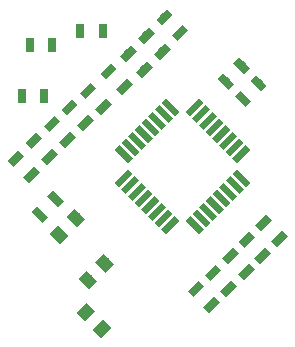
<source format=gtp>
G04 #@! TF.GenerationSoftware,KiCad,Pcbnew,5.0.2-bee76a0~70~ubuntu18.04.1*
G04 #@! TF.CreationDate,2019-11-08T01:10:53-05:00*
G04 #@! TF.ProjectId,controllerBoard,636f6e74-726f-46c6-9c65-72426f617264,rev?*
G04 #@! TF.SameCoordinates,Original*
G04 #@! TF.FileFunction,Paste,Top*
G04 #@! TF.FilePolarity,Positive*
%FSLAX46Y46*%
G04 Gerber Fmt 4.6, Leading zero omitted, Abs format (unit mm)*
G04 Created by KiCad (PCBNEW 5.0.2-bee76a0~70~ubuntu18.04.1) date Fri 08 Nov 2019 01:10:53 AM EST*
%MOMM*%
%LPD*%
G01*
G04 APERTURE LIST*
%ADD10C,0.550000*%
%ADD11C,0.100000*%
%ADD12C,1.000000*%
%ADD13C,0.700000*%
%ADD14R,0.700000X1.300000*%
G04 APERTURE END LIST*
D10*
G04 #@! TO.C,U1*
X93527309Y-94344579D03*
D11*
G36*
X93156078Y-95104719D02*
X92767169Y-94715810D01*
X93898540Y-93584439D01*
X94287449Y-93973348D01*
X93156078Y-95104719D01*
X93156078Y-95104719D01*
G37*
D10*
X94092995Y-94910264D03*
D11*
G36*
X93721764Y-95670404D02*
X93332855Y-95281495D01*
X94464226Y-94150124D01*
X94853135Y-94539033D01*
X93721764Y-95670404D01*
X93721764Y-95670404D01*
G37*
D10*
X94658680Y-95475950D03*
D11*
G36*
X94287449Y-96236090D02*
X93898540Y-95847181D01*
X95029911Y-94715810D01*
X95418820Y-95104719D01*
X94287449Y-96236090D01*
X94287449Y-96236090D01*
G37*
D10*
X95224365Y-96041635D03*
D11*
G36*
X94853134Y-96801775D02*
X94464225Y-96412866D01*
X95595596Y-95281495D01*
X95984505Y-95670404D01*
X94853134Y-96801775D01*
X94853134Y-96801775D01*
G37*
D10*
X95790051Y-96607321D03*
D11*
G36*
X95418820Y-97367461D02*
X95029911Y-96978552D01*
X96161282Y-95847181D01*
X96550191Y-96236090D01*
X95418820Y-97367461D01*
X95418820Y-97367461D01*
G37*
D10*
X96355736Y-97173006D03*
D11*
G36*
X95984505Y-97933146D02*
X95595596Y-97544237D01*
X96726967Y-96412866D01*
X97115876Y-96801775D01*
X95984505Y-97933146D01*
X95984505Y-97933146D01*
G37*
D10*
X96921422Y-97738691D03*
D11*
G36*
X96550191Y-98498831D02*
X96161282Y-98109922D01*
X97292653Y-96978551D01*
X97681562Y-97367460D01*
X96550191Y-98498831D01*
X96550191Y-98498831D01*
G37*
D10*
X97487107Y-98304377D03*
D11*
G36*
X97115876Y-99064517D02*
X96726967Y-98675608D01*
X97858338Y-97544237D01*
X98247247Y-97933146D01*
X97115876Y-99064517D01*
X97115876Y-99064517D01*
G37*
D10*
X99537717Y-98304377D03*
D11*
G36*
X100297857Y-98675608D02*
X99908948Y-99064517D01*
X98777577Y-97933146D01*
X99166486Y-97544237D01*
X100297857Y-98675608D01*
X100297857Y-98675608D01*
G37*
D10*
X100103402Y-97738691D03*
D11*
G36*
X100863542Y-98109922D02*
X100474633Y-98498831D01*
X99343262Y-97367460D01*
X99732171Y-96978551D01*
X100863542Y-98109922D01*
X100863542Y-98109922D01*
G37*
D10*
X100669088Y-97173006D03*
D11*
G36*
X101429228Y-97544237D02*
X101040319Y-97933146D01*
X99908948Y-96801775D01*
X100297857Y-96412866D01*
X101429228Y-97544237D01*
X101429228Y-97544237D01*
G37*
D10*
X101234773Y-96607321D03*
D11*
G36*
X101994913Y-96978552D02*
X101606004Y-97367461D01*
X100474633Y-96236090D01*
X100863542Y-95847181D01*
X101994913Y-96978552D01*
X101994913Y-96978552D01*
G37*
D10*
X101800459Y-96041635D03*
D11*
G36*
X102560599Y-96412866D02*
X102171690Y-96801775D01*
X101040319Y-95670404D01*
X101429228Y-95281495D01*
X102560599Y-96412866D01*
X102560599Y-96412866D01*
G37*
D10*
X102366144Y-95475950D03*
D11*
G36*
X103126284Y-95847181D02*
X102737375Y-96236090D01*
X101606004Y-95104719D01*
X101994913Y-94715810D01*
X103126284Y-95847181D01*
X103126284Y-95847181D01*
G37*
D10*
X102931829Y-94910264D03*
D11*
G36*
X103691969Y-95281495D02*
X103303060Y-95670404D01*
X102171689Y-94539033D01*
X102560598Y-94150124D01*
X103691969Y-95281495D01*
X103691969Y-95281495D01*
G37*
D10*
X103497515Y-94344579D03*
D11*
G36*
X104257655Y-94715810D02*
X103868746Y-95104719D01*
X102737375Y-93973348D01*
X103126284Y-93584439D01*
X104257655Y-94715810D01*
X104257655Y-94715810D01*
G37*
D10*
X103497515Y-92293969D03*
D11*
G36*
X103126284Y-93054109D02*
X102737375Y-92665200D01*
X103868746Y-91533829D01*
X104257655Y-91922738D01*
X103126284Y-93054109D01*
X103126284Y-93054109D01*
G37*
D10*
X102931829Y-91728284D03*
D11*
G36*
X102560598Y-92488424D02*
X102171689Y-92099515D01*
X103303060Y-90968144D01*
X103691969Y-91357053D01*
X102560598Y-92488424D01*
X102560598Y-92488424D01*
G37*
D10*
X102366144Y-91162598D03*
D11*
G36*
X101994913Y-91922738D02*
X101606004Y-91533829D01*
X102737375Y-90402458D01*
X103126284Y-90791367D01*
X101994913Y-91922738D01*
X101994913Y-91922738D01*
G37*
D10*
X101800459Y-90596913D03*
D11*
G36*
X101429228Y-91357053D02*
X101040319Y-90968144D01*
X102171690Y-89836773D01*
X102560599Y-90225682D01*
X101429228Y-91357053D01*
X101429228Y-91357053D01*
G37*
D10*
X101234773Y-90031227D03*
D11*
G36*
X100863542Y-90791367D02*
X100474633Y-90402458D01*
X101606004Y-89271087D01*
X101994913Y-89659996D01*
X100863542Y-90791367D01*
X100863542Y-90791367D01*
G37*
D10*
X100669088Y-89465542D03*
D11*
G36*
X100297857Y-90225682D02*
X99908948Y-89836773D01*
X101040319Y-88705402D01*
X101429228Y-89094311D01*
X100297857Y-90225682D01*
X100297857Y-90225682D01*
G37*
D10*
X100103402Y-88899857D03*
D11*
G36*
X99732171Y-89659997D02*
X99343262Y-89271088D01*
X100474633Y-88139717D01*
X100863542Y-88528626D01*
X99732171Y-89659997D01*
X99732171Y-89659997D01*
G37*
D10*
X99537717Y-88334171D03*
D11*
G36*
X99166486Y-89094311D02*
X98777577Y-88705402D01*
X99908948Y-87574031D01*
X100297857Y-87962940D01*
X99166486Y-89094311D01*
X99166486Y-89094311D01*
G37*
D10*
X97487107Y-88334171D03*
D11*
G36*
X98247247Y-88705402D02*
X97858338Y-89094311D01*
X96726967Y-87962940D01*
X97115876Y-87574031D01*
X98247247Y-88705402D01*
X98247247Y-88705402D01*
G37*
D10*
X96921422Y-88899857D03*
D11*
G36*
X97681562Y-89271088D02*
X97292653Y-89659997D01*
X96161282Y-88528626D01*
X96550191Y-88139717D01*
X97681562Y-89271088D01*
X97681562Y-89271088D01*
G37*
D10*
X96355736Y-89465542D03*
D11*
G36*
X97115876Y-89836773D02*
X96726967Y-90225682D01*
X95595596Y-89094311D01*
X95984505Y-88705402D01*
X97115876Y-89836773D01*
X97115876Y-89836773D01*
G37*
D10*
X95790051Y-90031227D03*
D11*
G36*
X96550191Y-90402458D02*
X96161282Y-90791367D01*
X95029911Y-89659996D01*
X95418820Y-89271087D01*
X96550191Y-90402458D01*
X96550191Y-90402458D01*
G37*
D10*
X95224365Y-90596913D03*
D11*
G36*
X95984505Y-90968144D02*
X95595596Y-91357053D01*
X94464225Y-90225682D01*
X94853134Y-89836773D01*
X95984505Y-90968144D01*
X95984505Y-90968144D01*
G37*
D10*
X94658680Y-91162598D03*
D11*
G36*
X95418820Y-91533829D02*
X95029911Y-91922738D01*
X93898540Y-90791367D01*
X94287449Y-90402458D01*
X95418820Y-91533829D01*
X95418820Y-91533829D01*
G37*
D10*
X94092995Y-91728284D03*
D11*
G36*
X94853135Y-92099515D02*
X94464226Y-92488424D01*
X93332855Y-91357053D01*
X93721764Y-90968144D01*
X94853135Y-92099515D01*
X94853135Y-92099515D01*
G37*
D10*
X93527309Y-92293969D03*
D11*
G36*
X94287449Y-92665200D02*
X93898540Y-93054109D01*
X92767169Y-91922738D01*
X93156078Y-91533829D01*
X94287449Y-92665200D01*
X94287449Y-92665200D01*
G37*
G04 #@! TD*
D12*
G04 #@! TO.C,C1*
X89480107Y-97717893D03*
D11*
G36*
X89391719Y-96922398D02*
X90275602Y-97806281D01*
X89568495Y-98513388D01*
X88684612Y-97629505D01*
X89391719Y-96922398D01*
X89391719Y-96922398D01*
G37*
D12*
X88065893Y-99132107D03*
D11*
G36*
X87977505Y-98336612D02*
X88861388Y-99220495D01*
X88154281Y-99927602D01*
X87270398Y-99043719D01*
X87977505Y-98336612D01*
X87977505Y-98336612D01*
G37*
G04 #@! TD*
D12*
G04 #@! TO.C,C2*
X90502231Y-102960800D03*
D11*
G36*
X90413843Y-102165305D02*
X91297726Y-103049188D01*
X90590619Y-103756295D01*
X89706736Y-102872412D01*
X90413843Y-102165305D01*
X90413843Y-102165305D01*
G37*
D12*
X91916445Y-101546586D03*
D11*
G36*
X91828057Y-100751091D02*
X92711940Y-101634974D01*
X92004833Y-102342081D01*
X91120950Y-101458198D01*
X91828057Y-100751091D01*
X91828057Y-100751091D01*
G37*
G04 #@! TD*
D12*
G04 #@! TO.C,C3*
X91736840Y-107091717D03*
D11*
G36*
X92532335Y-107003329D02*
X91648452Y-107887212D01*
X90941345Y-107180105D01*
X91825228Y-106296222D01*
X92532335Y-107003329D01*
X92532335Y-107003329D01*
G37*
D12*
X90322626Y-105677503D03*
D11*
G36*
X91118121Y-105589115D02*
X90234238Y-106472998D01*
X89527131Y-105765891D01*
X90411014Y-104882008D01*
X91118121Y-105589115D01*
X91118121Y-105589115D01*
G37*
G04 #@! TD*
D13*
G04 #@! TO.C,R1*
X102579249Y-100928249D03*
D11*
G36*
X103286356Y-100716117D02*
X102367117Y-101635356D01*
X101872142Y-101140381D01*
X102791381Y-100221142D01*
X103286356Y-100716117D01*
X103286356Y-100716117D01*
G37*
D13*
X103922751Y-102271751D03*
D11*
G36*
X104629858Y-102059619D02*
X103710619Y-102978858D01*
X103215644Y-102483883D01*
X104134883Y-101564644D01*
X104629858Y-102059619D01*
X104629858Y-102059619D01*
G37*
G04 #@! TD*
D13*
G04 #@! TO.C,R2*
X105319751Y-100874751D03*
D11*
G36*
X106026858Y-100662619D02*
X105107619Y-101581858D01*
X104612644Y-101086883D01*
X105531883Y-100167644D01*
X106026858Y-100662619D01*
X106026858Y-100662619D01*
G37*
D13*
X103976249Y-99531249D03*
D11*
G36*
X104683356Y-99319117D02*
X103764117Y-100238356D01*
X103269142Y-99743381D01*
X104188381Y-98824142D01*
X104683356Y-99319117D01*
X104683356Y-99319117D01*
G37*
G04 #@! TD*
D13*
G04 #@! TO.C,R3*
X105373249Y-98134249D03*
D11*
G36*
X106080356Y-97922117D02*
X105161117Y-98841356D01*
X104666142Y-98346381D01*
X105585381Y-97427142D01*
X106080356Y-97922117D01*
X106080356Y-97922117D01*
G37*
D13*
X106716751Y-99477751D03*
D11*
G36*
X107423858Y-99265619D02*
X106504619Y-100184858D01*
X106009644Y-99689883D01*
X106928883Y-98770644D01*
X107423858Y-99265619D01*
X107423858Y-99265619D01*
G37*
G04 #@! TD*
D13*
G04 #@! TO.C,R4*
X103632000Y-87630000D03*
D11*
G36*
X103419868Y-86922893D02*
X104339107Y-87842132D01*
X103844132Y-88337107D01*
X102924893Y-87417868D01*
X103419868Y-86922893D01*
X103419868Y-86922893D01*
G37*
D13*
X104975502Y-86286498D03*
D11*
G36*
X104763370Y-85579391D02*
X105682609Y-86498630D01*
X105187634Y-86993605D01*
X104268395Y-86074366D01*
X104763370Y-85579391D01*
X104763370Y-85579391D01*
G37*
G04 #@! TD*
D13*
G04 #@! TO.C,R5*
X103541751Y-84799249D03*
D11*
G36*
X103329619Y-84092142D02*
X104248858Y-85011381D01*
X103753883Y-85506356D01*
X102834644Y-84587117D01*
X103329619Y-84092142D01*
X103329619Y-84092142D01*
G37*
D13*
X102198249Y-86142751D03*
D11*
G36*
X101986117Y-85435644D02*
X102905356Y-86354883D01*
X102410381Y-86849858D01*
X101491142Y-85930619D01*
X101986117Y-85435644D01*
X101986117Y-85435644D01*
G37*
G04 #@! TD*
D13*
G04 #@! TO.C,R6*
X96954498Y-80698498D03*
D11*
G36*
X96247391Y-80910630D02*
X97166630Y-79991391D01*
X97661605Y-80486366D01*
X96742366Y-81405605D01*
X96247391Y-80910630D01*
X96247391Y-80910630D01*
G37*
D13*
X98298000Y-82042000D03*
D11*
G36*
X97590893Y-82254132D02*
X98510132Y-81334893D01*
X99005107Y-81829868D01*
X98085868Y-82749107D01*
X97590893Y-82254132D01*
X97590893Y-82254132D01*
G37*
G04 #@! TD*
D13*
G04 #@! TO.C,R7*
X96810751Y-83602751D03*
D11*
G36*
X96103644Y-83814883D02*
X97022883Y-82895644D01*
X97517858Y-83390619D01*
X96598619Y-84309858D01*
X96103644Y-83814883D01*
X96103644Y-83814883D01*
G37*
D13*
X95467249Y-82259249D03*
D11*
G36*
X94760142Y-82471381D02*
X95679381Y-81552142D01*
X96174356Y-82047117D01*
X95255117Y-82966356D01*
X94760142Y-82471381D01*
X94760142Y-82471381D01*
G37*
G04 #@! TD*
D13*
G04 #@! TO.C,R8*
X93943249Y-83783249D03*
D11*
G36*
X93236142Y-83995381D02*
X94155381Y-83076142D01*
X94650356Y-83571117D01*
X93731117Y-84490356D01*
X93236142Y-83995381D01*
X93236142Y-83995381D01*
G37*
D13*
X95286751Y-85126751D03*
D11*
G36*
X94579644Y-85338883D02*
X95498883Y-84419644D01*
X95993858Y-84914619D01*
X95074619Y-85833858D01*
X94579644Y-85338883D01*
X94579644Y-85338883D01*
G37*
G04 #@! TD*
D13*
G04 #@! TO.C,R9*
X93599000Y-86614000D03*
D11*
G36*
X92891893Y-86826132D02*
X93811132Y-85906893D01*
X94306107Y-86401868D01*
X93386868Y-87321107D01*
X92891893Y-86826132D01*
X92891893Y-86826132D01*
G37*
D13*
X92255498Y-85270498D03*
D11*
G36*
X91548391Y-85482630D02*
X92467630Y-84563391D01*
X92962605Y-85058366D01*
X92043366Y-85977605D01*
X91548391Y-85482630D01*
X91548391Y-85482630D01*
G37*
G04 #@! TD*
D13*
G04 #@! TO.C,R10*
X90514249Y-86958249D03*
D11*
G36*
X89807142Y-87170381D02*
X90726381Y-86251142D01*
X91221356Y-86746117D01*
X90302117Y-87665356D01*
X89807142Y-87170381D01*
X89807142Y-87170381D01*
G37*
D13*
X91857751Y-88301751D03*
D11*
G36*
X91150644Y-88513883D02*
X92069883Y-87594644D01*
X92564858Y-88089619D01*
X91645619Y-89008858D01*
X91150644Y-88513883D01*
X91150644Y-88513883D01*
G37*
G04 #@! TD*
D13*
G04 #@! TO.C,R12*
X88809751Y-91095751D03*
D11*
G36*
X88102644Y-91307883D02*
X89021883Y-90388644D01*
X89516858Y-90883619D01*
X88597619Y-91802858D01*
X88102644Y-91307883D01*
X88102644Y-91307883D01*
G37*
D13*
X87466249Y-89752249D03*
D11*
G36*
X86759142Y-89964381D02*
X87678381Y-89045142D01*
X88173356Y-89540117D01*
X87254117Y-90459356D01*
X86759142Y-89964381D01*
X86759142Y-89964381D01*
G37*
G04 #@! TD*
D13*
G04 #@! TO.C,R13*
X85942249Y-91149249D03*
D11*
G36*
X85235142Y-91361381D02*
X86154381Y-90442142D01*
X86649356Y-90937117D01*
X85730117Y-91856356D01*
X85235142Y-91361381D01*
X85235142Y-91361381D01*
G37*
D13*
X87285751Y-92492751D03*
D11*
G36*
X86578644Y-92704883D02*
X87497883Y-91785644D01*
X87992858Y-92280619D01*
X87073619Y-93199858D01*
X86578644Y-92704883D01*
X86578644Y-92704883D01*
G37*
G04 #@! TD*
D13*
G04 #@! TO.C,R14*
X85761751Y-94016751D03*
D11*
G36*
X85054644Y-94228883D02*
X85973883Y-93309644D01*
X86468858Y-93804619D01*
X85549619Y-94723858D01*
X85054644Y-94228883D01*
X85054644Y-94228883D01*
G37*
D13*
X84418249Y-92673249D03*
D11*
G36*
X83711142Y-92885381D02*
X84630381Y-91966142D01*
X85125356Y-92461117D01*
X84206117Y-93380356D01*
X83711142Y-92885381D01*
X83711142Y-92885381D01*
G37*
G04 #@! TD*
D13*
G04 #@! TO.C,R15*
X86450249Y-97445751D03*
D11*
G36*
X86662381Y-98152858D02*
X85743142Y-97233619D01*
X86238117Y-96738644D01*
X87157356Y-97657883D01*
X86662381Y-98152858D01*
X86662381Y-98152858D01*
G37*
D13*
X87793751Y-96102249D03*
D11*
G36*
X88005883Y-96809356D02*
X87086644Y-95890117D01*
X87581619Y-95395142D01*
X88500858Y-96314381D01*
X88005883Y-96809356D01*
X88005883Y-96809356D01*
G37*
G04 #@! TD*
D13*
G04 #@! TO.C,R16*
X99658249Y-103722249D03*
D11*
G36*
X100365356Y-103510117D02*
X99446117Y-104429356D01*
X98951142Y-103934381D01*
X99870381Y-103015142D01*
X100365356Y-103510117D01*
X100365356Y-103510117D01*
G37*
D13*
X101001751Y-105065751D03*
D11*
G36*
X101708858Y-104853619D02*
X100789619Y-105772858D01*
X100294644Y-105277883D01*
X101213883Y-104358644D01*
X101708858Y-104853619D01*
X101708858Y-104853619D01*
G37*
G04 #@! TD*
D13*
G04 #@! TO.C,R17*
X102435502Y-103705502D03*
D11*
G36*
X103142609Y-103493370D02*
X102223370Y-104412609D01*
X101728395Y-103917634D01*
X102647634Y-102998395D01*
X103142609Y-103493370D01*
X103142609Y-103493370D01*
G37*
D13*
X101092000Y-102362000D03*
D11*
G36*
X101799107Y-102149868D02*
X100879868Y-103069107D01*
X100384893Y-102574132D01*
X101304132Y-101654893D01*
X101799107Y-102149868D01*
X101799107Y-102149868D01*
G37*
G04 #@! TD*
D14*
G04 #@! TO.C,R18*
X91755000Y-81915000D03*
X89855000Y-81915000D03*
G04 #@! TD*
G04 #@! TO.C,R19*
X85603000Y-83058000D03*
X87503000Y-83058000D03*
G04 #@! TD*
D13*
G04 #@! TO.C,R20*
X90297000Y-89662000D03*
D11*
G36*
X89589893Y-89874132D02*
X90509132Y-88954893D01*
X91004107Y-89449868D01*
X90084868Y-90369107D01*
X89589893Y-89874132D01*
X89589893Y-89874132D01*
G37*
D13*
X88953498Y-88318498D03*
D11*
G36*
X88246391Y-88530630D02*
X89165630Y-87611391D01*
X89660605Y-88106366D01*
X88741366Y-89025605D01*
X88246391Y-88530630D01*
X88246391Y-88530630D01*
G37*
G04 #@! TD*
D14*
G04 #@! TO.C,R21*
X84902000Y-87376000D03*
X86802000Y-87376000D03*
G04 #@! TD*
M02*

</source>
